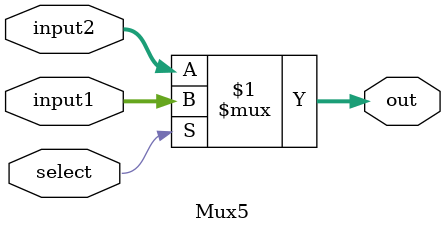
<source format=v>
`timescale 1ns / 1ps


module Mux5(
    input select,
    input [4 : 0] input1,
    input [4 : 0] input2,
    output [4 : 0] out
    );
    assign out = select ? input1 : input2;
endmodule

</source>
